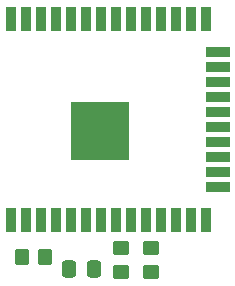
<source format=gtp>
G04 #@! TF.GenerationSoftware,KiCad,Pcbnew,6.0.2+dfsg-1*
G04 #@! TF.CreationDate,2023-09-07T15:13:02+02:00*
G04 #@! TF.ProjectId,flipper_esp32,666c6970-7065-4725-9f65-737033322e6b,rev?*
G04 #@! TF.SameCoordinates,Original*
G04 #@! TF.FileFunction,Paste,Top*
G04 #@! TF.FilePolarity,Positive*
%FSLAX46Y46*%
G04 Gerber Fmt 4.6, Leading zero omitted, Abs format (unit mm)*
G04 Created by KiCad (PCBNEW 6.0.2+dfsg-1) date 2023-09-07 15:13:02*
%MOMM*%
%LPD*%
G01*
G04 APERTURE LIST*
G04 Aperture macros list*
%AMRoundRect*
0 Rectangle with rounded corners*
0 $1 Rounding radius*
0 $2 $3 $4 $5 $6 $7 $8 $9 X,Y pos of 4 corners*
0 Add a 4 corners polygon primitive as box body*
4,1,4,$2,$3,$4,$5,$6,$7,$8,$9,$2,$3,0*
0 Add four circle primitives for the rounded corners*
1,1,$1+$1,$2,$3*
1,1,$1+$1,$4,$5*
1,1,$1+$1,$6,$7*
1,1,$1+$1,$8,$9*
0 Add four rect primitives between the rounded corners*
20,1,$1+$1,$2,$3,$4,$5,0*
20,1,$1+$1,$4,$5,$6,$7,0*
20,1,$1+$1,$6,$7,$8,$9,0*
20,1,$1+$1,$8,$9,$2,$3,0*%
G04 Aperture macros list end*
%ADD10RoundRect,0.250000X-0.337500X-0.475000X0.337500X-0.475000X0.337500X0.475000X-0.337500X0.475000X0*%
%ADD11RoundRect,0.250000X-0.450000X0.350000X-0.450000X-0.350000X0.450000X-0.350000X0.450000X0.350000X0*%
%ADD12RoundRect,0.250000X0.450000X-0.350000X0.450000X0.350000X-0.450000X0.350000X-0.450000X-0.350000X0*%
%ADD13RoundRect,0.250000X0.350000X0.450000X-0.350000X0.450000X-0.350000X-0.450000X0.350000X-0.450000X0*%
%ADD14R,0.900000X2.000000*%
%ADD15R,2.000000X0.900000*%
%ADD16R,5.000000X5.000000*%
G04 APERTURE END LIST*
D10*
X137138500Y-125222000D03*
X139213500Y-125222000D03*
D11*
X141478000Y-123460000D03*
X141478000Y-125460000D03*
D12*
X144018000Y-125460000D03*
X144018000Y-123460000D03*
D13*
X133112000Y-124206000D03*
X135112000Y-124206000D03*
D14*
X132200000Y-121022000D03*
X133470000Y-121022000D03*
X134740000Y-121022000D03*
X136010000Y-121022000D03*
X137280000Y-121022000D03*
X138550000Y-121022000D03*
X139820000Y-121022000D03*
X141090000Y-121022000D03*
X142360000Y-121022000D03*
X143630000Y-121022000D03*
X144900000Y-121022000D03*
X146170000Y-121022000D03*
X147440000Y-121022000D03*
X148710000Y-121022000D03*
D15*
X149710000Y-118237000D03*
X149710000Y-116967000D03*
X149710000Y-115697000D03*
X149710000Y-114427000D03*
X149710000Y-113157000D03*
X149710000Y-111887000D03*
X149710000Y-110617000D03*
X149710000Y-109347000D03*
X149710000Y-108077000D03*
X149710000Y-106807000D03*
D14*
X148710000Y-104022000D03*
X147440000Y-104022000D03*
X146170000Y-104022000D03*
X144900000Y-104022000D03*
X143630000Y-104022000D03*
X142360000Y-104022000D03*
X141090000Y-104022000D03*
X139820000Y-104022000D03*
X138550000Y-104022000D03*
X137280000Y-104022000D03*
X136010000Y-104022000D03*
X134740000Y-104022000D03*
X133470000Y-104022000D03*
X132200000Y-104022000D03*
D16*
X139700000Y-113522000D03*
M02*

</source>
